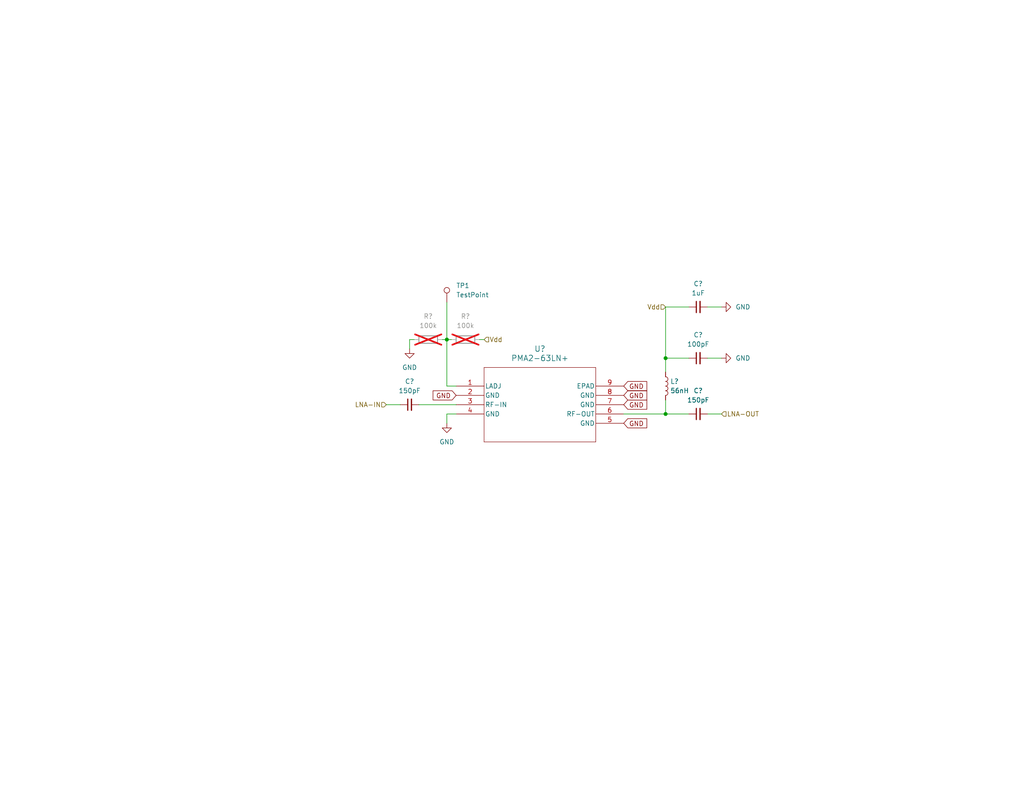
<source format=kicad_sch>
(kicad_sch (version 20230121) (generator eeschema)

  (uuid eb1bfdab-8793-4eee-ac7f-2e790d598c22)

  (paper "USLetter")

  (title_block
    (title "RF-DFS Gain Circuit")
    (date "2/23/2024")
    (rev "C")
    (company "National Radio Astronomy Observatory")
    (comment 1 "Remy Nguyen")
  )

  (lib_symbols
    (symbol "PMA2-63LN+_1" (pin_names (offset 0.254)) (in_bom yes) (on_board yes)
      (property "Reference" "U1" (at 22.86 10.16 0)
        (effects (font (size 1.524 1.524)))
      )
      (property "Value" "PMA2-63LN+" (at 22.86 7.62 0)
        (effects (font (size 1.524 1.524)))
      )
      (property "Footprint" "Imports:SON8_PMA2_MNC" (at 0 0 0)
        (effects (font (size 1.27 1.27) italic) hide)
      )
      (property "Datasheet" "PMA2-63LN+" (at 0 0 0)
        (effects (font (size 1.27 1.27) italic) hide)
      )
      (property "ki_locked" "" (at 0 0 0)
        (effects (font (size 1.27 1.27)))
      )
      (property "ki_keywords" "PMA2-63LN+" (at 0 0 0)
        (effects (font (size 1.27 1.27)) hide)
      )
      (property "ki_fp_filters" "SON8_PMA2_MNC SON8_PMA2_MNC-M SON8_PMA2_MNC-L" (at 0 0 0)
        (effects (font (size 1.27 1.27)) hide)
      )
      (symbol "PMA2-63LN+_1_0_1"
        (polyline
          (pts
            (xy 7.62 -15.24)
            (xy 38.1 -15.24)
          )
          (stroke (width 0.127) (type default))
          (fill (type none))
        )
        (polyline
          (pts
            (xy 7.62 5.08)
            (xy 7.62 -15.24)
          )
          (stroke (width 0.127) (type default))
          (fill (type none))
        )
        (polyline
          (pts
            (xy 38.1 -15.24)
            (xy 38.1 5.08)
          )
          (stroke (width 0.127) (type default))
          (fill (type none))
        )
        (polyline
          (pts
            (xy 38.1 5.08)
            (xy 7.62 5.08)
          )
          (stroke (width 0.127) (type default))
          (fill (type none))
        )
        (pin bidirectional line (at 0 0 0) (length 7.62)
          (name "LADJ" (effects (font (size 1.27 1.27))))
          (number "1" (effects (font (size 1.27 1.27))))
        )
        (pin input line (at 0 -5.08 0) (length 7.62)
          (name "RF-IN" (effects (font (size 1.27 1.27))))
          (number "3" (effects (font (size 1.27 1.27))))
        )
        (pin output line (at 45.72 -7.62 180) (length 7.62)
          (name "RF-OUT" (effects (font (size 1.27 1.27))))
          (number "6" (effects (font (size 1.27 1.27))))
        )
      )
      (symbol "PMA2-63LN+_1_1_1"
        (pin power_in line (at 0 -2.54 0) (length 7.62)
          (name "GND" (effects (font (size 1.27 1.27))))
          (number "2" (effects (font (size 1.27 1.27))))
        )
        (pin power_in line (at 0 -7.62 0) (length 7.62)
          (name "GND" (effects (font (size 1.27 1.27))))
          (number "4" (effects (font (size 1.27 1.27))))
        )
        (pin power_in line (at 45.72 -10.16 180) (length 7.62)
          (name "GND" (effects (font (size 1.27 1.27))))
          (number "5" (effects (font (size 1.27 1.27))))
        )
        (pin power_in line (at 45.72 -5.08 180) (length 7.62)
          (name "GND" (effects (font (size 1.27 1.27))))
          (number "7" (effects (font (size 1.27 1.27))))
        )
        (pin power_in line (at 45.72 -2.54 180) (length 7.62)
          (name "GND" (effects (font (size 1.27 1.27))))
          (number "8" (effects (font (size 1.27 1.27))))
        )
        (pin power_in line (at 45.72 0 180) (length 7.62)
          (name "EPAD" (effects (font (size 1.27 1.27))))
          (number "9" (effects (font (size 1.27 1.27))))
        )
      )
    )
    (symbol "power:GND" (power) (pin_names (offset 0)) (in_bom yes) (on_board yes)
      (property "Reference" "#PWR" (at 0 -6.35 0)
        (effects (font (size 1.27 1.27)) hide)
      )
      (property "Value" "GND" (at 0 -3.81 0)
        (effects (font (size 1.27 1.27)))
      )
      (property "Footprint" "" (at 0 0 0)
        (effects (font (size 1.27 1.27)) hide)
      )
      (property "Datasheet" "" (at 0 0 0)
        (effects (font (size 1.27 1.27)) hide)
      )
      (property "ki_keywords" "global power" (at 0 0 0)
        (effects (font (size 1.27 1.27)) hide)
      )
      (property "ki_description" "Power symbol creates a global label with name \"GND\" , ground" (at 0 0 0)
        (effects (font (size 1.27 1.27)) hide)
      )
      (symbol "GND_0_1"
        (polyline
          (pts
            (xy 0 0)
            (xy 0 -1.27)
            (xy 1.27 -1.27)
            (xy 0 -2.54)
            (xy -1.27 -1.27)
            (xy 0 -1.27)
          )
          (stroke (width 0) (type default))
          (fill (type none))
        )
      )
      (symbol "GND_1_1"
        (pin power_in line (at 0 0 270) (length 0) hide
          (name "GND" (effects (font (size 1.27 1.27))))
          (number "1" (effects (font (size 1.27 1.27))))
        )
      )
    )
    (symbol "rf-dfs:C_Small" (pin_numbers hide) (pin_names (offset 0.254) hide) (in_bom yes) (on_board yes)
      (property "Reference" "C" (at 0.254 1.778 0)
        (effects (font (size 1.27 1.27)) (justify left))
      )
      (property "Value" "C_Small" (at 0.254 -2.032 0)
        (effects (font (size 1.27 1.27)) (justify left))
      )
      (property "Footprint" "" (at 0 0 0)
        (effects (font (size 1.27 1.27)) hide)
      )
      (property "Datasheet" "~" (at 0 0 0)
        (effects (font (size 1.27 1.27)) hide)
      )
      (property "ki_keywords" "capacitor cap" (at 0 0 0)
        (effects (font (size 1.27 1.27)) hide)
      )
      (property "ki_description" "Unpolarized capacitor, small symbol" (at 0 0 0)
        (effects (font (size 1.27 1.27)) hide)
      )
      (property "ki_fp_filters" "C_*" (at 0 0 0)
        (effects (font (size 1.27 1.27)) hide)
      )
      (symbol "C_Small_0_1"
        (polyline
          (pts
            (xy -1.524 -0.508)
            (xy 1.524 -0.508)
          )
          (stroke (width 0.3302) (type default))
          (fill (type none))
        )
        (polyline
          (pts
            (xy -1.524 0.508)
            (xy 1.524 0.508)
          )
          (stroke (width 0.3048) (type default))
          (fill (type none))
        )
      )
      (symbol "C_Small_1_1"
        (pin passive line (at 0 2.54 270) (length 2.032)
          (name "~" (effects (font (size 1.27 1.27))))
          (number "1" (effects (font (size 1.27 1.27))))
        )
        (pin passive line (at 0 -2.54 90) (length 2.032)
          (name "~" (effects (font (size 1.27 1.27))))
          (number "2" (effects (font (size 1.27 1.27))))
        )
      )
    )
    (symbol "rf-dfs:L" (pin_numbers hide) (pin_names (offset 1.016) hide) (in_bom yes) (on_board yes)
      (property "Reference" "L" (at -1.27 0 90)
        (effects (font (size 1.27 1.27)))
      )
      (property "Value" "L" (at 1.905 0 90)
        (effects (font (size 1.27 1.27)))
      )
      (property "Footprint" "" (at 0 0 0)
        (effects (font (size 1.27 1.27)) hide)
      )
      (property "Datasheet" "~" (at 0 0 0)
        (effects (font (size 1.27 1.27)) hide)
      )
      (property "ki_keywords" "inductor choke coil reactor magnetic" (at 0 0 0)
        (effects (font (size 1.27 1.27)) hide)
      )
      (property "ki_description" "Inductor" (at 0 0 0)
        (effects (font (size 1.27 1.27)) hide)
      )
      (property "ki_fp_filters" "Choke_* *Coil* Inductor_* L_*" (at 0 0 0)
        (effects (font (size 1.27 1.27)) hide)
      )
      (symbol "L_0_1"
        (arc (start 0 -2.54) (mid 0.6323 -1.905) (end 0 -1.27)
          (stroke (width 0) (type default))
          (fill (type none))
        )
        (arc (start 0 -1.27) (mid 0.6323 -0.635) (end 0 0)
          (stroke (width 0) (type default))
          (fill (type none))
        )
        (arc (start 0 0) (mid 0.6323 0.635) (end 0 1.27)
          (stroke (width 0) (type default))
          (fill (type none))
        )
        (arc (start 0 1.27) (mid 0.6323 1.905) (end 0 2.54)
          (stroke (width 0) (type default))
          (fill (type none))
        )
      )
      (symbol "L_1_1"
        (pin passive line (at 0 3.81 270) (length 1.27)
          (name "1" (effects (font (size 1.27 1.27))))
          (number "1" (effects (font (size 1.27 1.27))))
        )
        (pin passive line (at 0 -3.81 90) (length 1.27)
          (name "2" (effects (font (size 1.27 1.27))))
          (number "2" (effects (font (size 1.27 1.27))))
        )
      )
    )
    (symbol "rf-dfs:R" (pin_numbers hide) (pin_names (offset 0)) (in_bom yes) (on_board yes)
      (property "Reference" "R" (at 2.032 0 90)
        (effects (font (size 1.27 1.27)))
      )
      (property "Value" "R" (at 0 0 90)
        (effects (font (size 1.27 1.27)))
      )
      (property "Footprint" "" (at -1.778 0 90)
        (effects (font (size 1.27 1.27)) hide)
      )
      (property "Datasheet" "~" (at 0 0 0)
        (effects (font (size 1.27 1.27)) hide)
      )
      (property "ki_keywords" "R res resistor" (at 0 0 0)
        (effects (font (size 1.27 1.27)) hide)
      )
      (property "ki_description" "Resistor" (at 0 0 0)
        (effects (font (size 1.27 1.27)) hide)
      )
      (property "ki_fp_filters" "R_*" (at 0 0 0)
        (effects (font (size 1.27 1.27)) hide)
      )
      (symbol "R_0_1"
        (rectangle (start -1.016 -2.54) (end 1.016 2.54)
          (stroke (width 0.254) (type default))
          (fill (type none))
        )
      )
      (symbol "R_1_1"
        (pin passive line (at 0 3.81 270) (length 1.27)
          (name "~" (effects (font (size 1.27 1.27))))
          (number "1" (effects (font (size 1.27 1.27))))
        )
        (pin passive line (at 0 -3.81 90) (length 1.27)
          (name "~" (effects (font (size 1.27 1.27))))
          (number "2" (effects (font (size 1.27 1.27))))
        )
      )
    )
    (symbol "rf-dfs:TestPoint" (pin_numbers hide) (pin_names (offset 0.762) hide) (in_bom yes) (on_board yes)
      (property "Reference" "TP" (at 0 6.858 0)
        (effects (font (size 1.27 1.27)))
      )
      (property "Value" "TestPoint" (at 0 5.08 0)
        (effects (font (size 1.27 1.27)))
      )
      (property "Footprint" "" (at 5.08 0 0)
        (effects (font (size 1.27 1.27)) hide)
      )
      (property "Datasheet" "~" (at 5.08 0 0)
        (effects (font (size 1.27 1.27)) hide)
      )
      (property "ki_keywords" "test point tp" (at 0 0 0)
        (effects (font (size 1.27 1.27)) hide)
      )
      (property "ki_description" "test point" (at 0 0 0)
        (effects (font (size 1.27 1.27)) hide)
      )
      (property "ki_fp_filters" "Pin* Test*" (at 0 0 0)
        (effects (font (size 1.27 1.27)) hide)
      )
      (symbol "TestPoint_0_1"
        (circle (center 0 3.302) (radius 0.762)
          (stroke (width 0) (type default))
          (fill (type none))
        )
      )
      (symbol "TestPoint_1_1"
        (pin passive line (at 0 0 90) (length 2.54)
          (name "1" (effects (font (size 1.27 1.27))))
          (number "1" (effects (font (size 1.27 1.27))))
        )
      )
    )
  )

  (junction (at 181.61 97.79) (diameter 0) (color 0 0 0 0)
    (uuid 1b0a6473-4c55-4353-8fce-ab1488083ea2)
  )
  (junction (at 181.61 113.03) (diameter 0) (color 0 0 0 0)
    (uuid 53f4bac2-ace9-42ae-82e1-20c73e358f8b)
  )
  (junction (at 121.92 92.71) (diameter 0) (color 0 0 0 0)
    (uuid b125dc87-0fd0-4c6b-9575-f4ade64a5d9e)
  )

  (wire (pts (xy 193.04 83.82) (xy 196.85 83.82))
    (stroke (width 0) (type default))
    (uuid 055bd4d7-8c4c-415b-b407-6e0686b65b26)
  )
  (wire (pts (xy 105.41 110.49) (xy 109.22 110.49))
    (stroke (width 0) (type default))
    (uuid 09a85c62-a5c3-436d-9380-6f0e2d8881e3)
  )
  (wire (pts (xy 111.76 92.71) (xy 111.76 95.25))
    (stroke (width 0) (type default))
    (uuid 1ff370f1-8834-4329-851c-ddf58c2033c0)
  )
  (wire (pts (xy 121.92 82.55) (xy 121.92 92.71))
    (stroke (width 0) (type default))
    (uuid 313daa78-7350-4dd9-a5b8-bb16020c8506)
  )
  (wire (pts (xy 181.61 83.82) (xy 181.61 97.79))
    (stroke (width 0) (type default))
    (uuid 55e8eee5-505b-4375-b5b5-4ee269d87b78)
  )
  (wire (pts (xy 114.3 110.49) (xy 124.46 110.49))
    (stroke (width 0) (type default))
    (uuid 5f285127-0216-45b5-9921-454b8ec01b1e)
  )
  (wire (pts (xy 181.61 97.79) (xy 181.61 101.6))
    (stroke (width 0) (type default))
    (uuid 6028d79e-ba7b-4c89-83b5-068192aead45)
  )
  (wire (pts (xy 170.18 113.03) (xy 181.61 113.03))
    (stroke (width 0) (type default))
    (uuid 7824646a-f953-4a46-8db9-cc5f70a48781)
  )
  (wire (pts (xy 124.46 105.41) (xy 121.92 105.41))
    (stroke (width 0) (type default))
    (uuid 8a409751-7e08-4e9f-be7d-a73a085b1e70)
  )
  (wire (pts (xy 123.19 92.71) (xy 121.92 92.71))
    (stroke (width 0) (type default))
    (uuid a25e43e8-703c-4a42-9fbf-4893b0ef25dd)
  )
  (wire (pts (xy 187.96 97.79) (xy 181.61 97.79))
    (stroke (width 0) (type default))
    (uuid ae99050a-8203-44c0-b682-61da3d23c49b)
  )
  (wire (pts (xy 124.46 113.03) (xy 121.92 113.03))
    (stroke (width 0) (type default))
    (uuid b16d247a-cf31-4f64-a715-c35c588bfd22)
  )
  (wire (pts (xy 181.61 109.22) (xy 181.61 113.03))
    (stroke (width 0) (type default))
    (uuid c18a7a57-7e16-4cf7-8a00-e78a2704ad6c)
  )
  (wire (pts (xy 187.96 83.82) (xy 181.61 83.82))
    (stroke (width 0) (type default))
    (uuid c2e82d9a-36b6-4b54-a2b2-06b850d18137)
  )
  (wire (pts (xy 181.61 113.03) (xy 187.96 113.03))
    (stroke (width 0) (type default))
    (uuid c3d01e37-706f-4f0e-ab66-4e28cf2abe41)
  )
  (wire (pts (xy 120.65 92.71) (xy 121.92 92.71))
    (stroke (width 0) (type default))
    (uuid c5dfd80a-b2b3-481c-98b8-46e32b346923)
  )
  (wire (pts (xy 113.03 92.71) (xy 111.76 92.71))
    (stroke (width 0) (type default))
    (uuid c965f6db-78e1-41a4-942e-e8001b481593)
  )
  (wire (pts (xy 193.04 97.79) (xy 196.85 97.79))
    (stroke (width 0) (type default))
    (uuid db15dd1a-8006-4128-9d65-b903c5659cdc)
  )
  (wire (pts (xy 132.08 92.71) (xy 130.81 92.71))
    (stroke (width 0) (type default))
    (uuid de5c6f78-d4b6-4db6-9857-85e6185815e9)
  )
  (wire (pts (xy 121.92 92.71) (xy 121.92 105.41))
    (stroke (width 0) (type default))
    (uuid ebb726fa-fd28-48f5-8f08-75d2ae27e09c)
  )
  (wire (pts (xy 121.92 113.03) (xy 121.92 115.57))
    (stroke (width 0) (type default))
    (uuid ec14539c-7bcc-4d8f-b59c-4a843a897267)
  )
  (wire (pts (xy 193.04 113.03) (xy 196.85 113.03))
    (stroke (width 0) (type default))
    (uuid f8201776-afd0-45ba-a708-23a4d0db429c)
  )

  (global_label "GND" (shape input) (at 170.18 110.49 0) (fields_autoplaced)
    (effects (font (size 1.27 1.27)) (justify left))
    (uuid 12e4fd5b-6fa0-46b5-ab38-62a03a81b1b2)
    (property "Intersheetrefs" "${INTERSHEET_REFS}" (at 176.9563 110.49 0)
      (effects (font (size 1.27 1.27)) (justify left) hide)
    )
  )
  (global_label "GND" (shape input) (at 170.18 105.41 0) (fields_autoplaced)
    (effects (font (size 1.27 1.27)) (justify left))
    (uuid 87e3a4a6-be25-44ef-ae55-efca4e640601)
    (property "Intersheetrefs" "${INTERSHEET_REFS}" (at 176.9563 105.41 0)
      (effects (font (size 1.27 1.27)) (justify left) hide)
    )
  )
  (global_label "GND" (shape input) (at 124.46 107.95 180) (fields_autoplaced)
    (effects (font (size 1.27 1.27)) (justify right))
    (uuid 8ecf692f-66d3-41fb-a558-60607b2d396c)
    (property "Intersheetrefs" "${INTERSHEET_REFS}" (at 117.6837 107.95 0)
      (effects (font (size 1.27 1.27)) (justify right) hide)
    )
  )
  (global_label "GND" (shape input) (at 170.18 115.57 0) (fields_autoplaced)
    (effects (font (size 1.27 1.27)) (justify left))
    (uuid 9dd28ebf-a3e8-41a8-81b3-154564f4683f)
    (property "Intersheetrefs" "${INTERSHEET_REFS}" (at 176.9563 115.57 0)
      (effects (font (size 1.27 1.27)) (justify left) hide)
    )
  )
  (global_label "GND" (shape input) (at 170.18 107.95 0) (fields_autoplaced)
    (effects (font (size 1.27 1.27)) (justify left))
    (uuid eedbe369-998d-4795-be10-ae32fbe70390)
    (property "Intersheetrefs" "${INTERSHEET_REFS}" (at 176.9563 107.95 0)
      (effects (font (size 1.27 1.27)) (justify left) hide)
    )
  )

  (hierarchical_label "LNA-OUT" (shape input) (at 196.85 113.03 0) (fields_autoplaced)
    (effects (font (size 1.27 1.27)) (justify left))
    (uuid 170f7be4-a02e-4b73-be6d-49cd75fafef8)
  )
  (hierarchical_label "Vdd" (shape input) (at 132.08 92.71 0) (fields_autoplaced)
    (effects (font (size 1.27 1.27)) (justify left))
    (uuid 41327531-e87c-4b37-915e-4646230ee8e5)
  )
  (hierarchical_label "LNA-IN" (shape input) (at 105.41 110.49 180) (fields_autoplaced)
    (effects (font (size 1.27 1.27)) (justify right))
    (uuid 43d2b2e4-3fb2-430d-886c-20cd52487aae)
  )
  (hierarchical_label "Vdd" (shape input) (at 181.61 83.82 180) (fields_autoplaced)
    (effects (font (size 1.27 1.27)) (justify right))
    (uuid cb590487-af71-46fa-b6b3-5f522859f90c)
  )

  (symbol (lib_id "power:GND") (at 196.85 97.79 90) (unit 1)
    (in_bom yes) (on_board yes) (dnp no) (fields_autoplaced)
    (uuid 22bc6538-e395-4390-808e-369b4dbb159b)
    (property "Reference" "#PWR?" (at 203.2 97.79 0)
      (effects (font (size 1.27 1.27)) hide)
    )
    (property "Value" "GND" (at 200.66 97.79 90)
      (effects (font (size 1.27 1.27)) (justify right))
    )
    (property "Footprint" "" (at 196.85 97.79 0)
      (effects (font (size 1.27 1.27)) hide)
    )
    (property "Datasheet" "" (at 196.85 97.79 0)
      (effects (font (size 1.27 1.27)) hide)
    )
    (pin "1" (uuid 6505e30f-86a3-4acd-a777-b253af68582b))
    (instances
      (project "002.35.20.15.20-001-PCB-LNA"
        (path "/a33db424-96f2-4015-ba95-8b9f2330ef17"
          (reference "#PWR?") (unit 1)
        )
        (path "/a33db424-96f2-4015-ba95-8b9f2330ef17/9ff85c99-1040-4eb9-b5d8-3cc01caa0e77"
          (reference "#PWR016") (unit 1)
        )
        (path "/a33db424-96f2-4015-ba95-8b9f2330ef17/ba672304-1315-4178-9e1d-d553703e5b04"
          (reference "#PWR08") (unit 1)
        )
      )
    )
  )

  (symbol (lib_id "rf-dfs:C_Small") (at 190.5 83.82 90) (unit 1)
    (in_bom yes) (on_board yes) (dnp no) (fields_autoplaced)
    (uuid 2587ea3a-5d39-48fc-a72a-872718f6ab9e)
    (property "Reference" "C?" (at 190.5063 77.47 90)
      (effects (font (size 1.27 1.27)))
    )
    (property "Value" "1uF" (at 190.5063 80.01 90)
      (effects (font (size 1.27 1.27)))
    )
    (property "Footprint" "Capacitor_SMD:C_0402_1005Metric" (at 190.5 83.82 0)
      (effects (font (size 1.27 1.27)) hide)
    )
    (property "Datasheet" "~" (at 190.5 83.82 0)
      (effects (font (size 1.27 1.27)) hide)
    )
    (pin "1" (uuid 4ce53d6b-22cb-487f-b077-535205afe79b))
    (pin "2" (uuid 19aee9e6-2e36-47a5-9685-c9fc433b2a65))
    (instances
      (project "002.35.20.15.20-001-PCB-LNA"
        (path "/a33db424-96f2-4015-ba95-8b9f2330ef17"
          (reference "C?") (unit 1)
        )
        (path "/a33db424-96f2-4015-ba95-8b9f2330ef17/9ff85c99-1040-4eb9-b5d8-3cc01caa0e77"
          (reference "C2") (unit 1)
        )
        (path "/a33db424-96f2-4015-ba95-8b9f2330ef17/ba672304-1315-4178-9e1d-d553703e5b04"
          (reference "C6") (unit 1)
        )
      )
    )
  )

  (symbol (lib_id "rf-dfs:L") (at 181.61 105.41 0) (unit 1)
    (in_bom yes) (on_board yes) (dnp no) (fields_autoplaced)
    (uuid 2bef77c0-72fa-45ff-89d6-14933df6690e)
    (property "Reference" "L?" (at 182.88 104.14 0)
      (effects (font (size 1.27 1.27)) (justify left))
    )
    (property "Value" "56nH" (at 182.88 106.68 0)
      (effects (font (size 1.27 1.27)) (justify left))
    )
    (property "Footprint" "Inductor_SMD:L_0402_1005Metric" (at 181.61 105.41 0)
      (effects (font (size 1.27 1.27)) hide)
    )
    (property "Datasheet" "~" (at 181.61 105.41 0)
      (effects (font (size 1.27 1.27)) hide)
    )
    (pin "1" (uuid 21698ec3-9e44-4f48-9023-d9e72afc9070))
    (pin "2" (uuid c87f2cc3-a65c-4fb6-bd8a-f3dedf39c4da))
    (instances
      (project "002.35.20.15.20-001-PCB-LNA"
        (path "/a33db424-96f2-4015-ba95-8b9f2330ef17"
          (reference "L?") (unit 1)
        )
        (path "/a33db424-96f2-4015-ba95-8b9f2330ef17/9ff85c99-1040-4eb9-b5d8-3cc01caa0e77"
          (reference "L1") (unit 1)
        )
        (path "/a33db424-96f2-4015-ba95-8b9f2330ef17/ba672304-1315-4178-9e1d-d553703e5b04"
          (reference "L2") (unit 1)
        )
      )
    )
  )

  (symbol (lib_id "rf-dfs:C_Small") (at 190.5 97.79 90) (unit 1)
    (in_bom yes) (on_board yes) (dnp no) (fields_autoplaced)
    (uuid 34109670-7907-474c-83c5-e8f949c3cd1b)
    (property "Reference" "C?" (at 190.5063 91.44 90)
      (effects (font (size 1.27 1.27)))
    )
    (property "Value" "100pF" (at 190.5063 93.98 90)
      (effects (font (size 1.27 1.27)))
    )
    (property "Footprint" "Capacitor_SMD:C_0402_1005Metric" (at 190.5 97.79 0)
      (effects (font (size 1.27 1.27)) hide)
    )
    (property "Datasheet" "~" (at 190.5 97.79 0)
      (effects (font (size 1.27 1.27)) hide)
    )
    (pin "1" (uuid ae7f10c4-5cea-425f-8167-446a0b741026))
    (pin "2" (uuid da93060a-589a-46c6-a1b6-a22a199f69e5))
    (instances
      (project "002.35.20.15.20-001-PCB-LNA"
        (path "/a33db424-96f2-4015-ba95-8b9f2330ef17"
          (reference "C?") (unit 1)
        )
        (path "/a33db424-96f2-4015-ba95-8b9f2330ef17/9ff85c99-1040-4eb9-b5d8-3cc01caa0e77"
          (reference "C3") (unit 1)
        )
        (path "/a33db424-96f2-4015-ba95-8b9f2330ef17/ba672304-1315-4178-9e1d-d553703e5b04"
          (reference "C7") (unit 1)
        )
      )
    )
  )

  (symbol (lib_name "PMA2-63LN+_1") (lib_id "rf-dfs:PMA2-63LN+_1") (at 124.46 105.41 0) (unit 1)
    (in_bom yes) (on_board yes) (dnp no) (fields_autoplaced)
    (uuid 486c9cfe-714a-40f0-befa-9d816e2b9b1a)
    (property "Reference" "U?" (at 147.32 95.25 0)
      (effects (font (size 1.524 1.524)))
    )
    (property "Value" "PMA2-63LN+" (at 147.32 97.79 0)
      (effects (font (size 1.524 1.524)))
    )
    (property "Footprint" "Imports:SON8_PMA2_MNC" (at 124.46 105.41 0)
      (effects (font (size 1.27 1.27) italic) hide)
    )
    (property "Datasheet" "PMA2-63LN+" (at 124.46 105.41 0)
      (effects (font (size 1.27 1.27) italic) hide)
    )
    (pin "1" (uuid 84775aa3-a8e0-46c3-8abc-787b953ef14e))
    (pin "3" (uuid 0e0f0117-7bdb-4021-9fc7-7305647ba6af))
    (pin "6" (uuid 98a31a4a-f8c8-475f-b03f-cbd54094e5db))
    (pin "2" (uuid 9c43d7ea-ab74-4875-a3e3-a8f24a882390))
    (pin "4" (uuid 7a29de0e-5c79-481c-b493-a1e980ba99e3))
    (pin "5" (uuid ec3f1578-5a88-40ea-b9f7-d4fb743dc0b0))
    (pin "7" (uuid 8781bb5e-2a1e-448b-9ca2-1bff1820f31c))
    (pin "8" (uuid 1938a37c-a552-495f-a324-41a29d7c509f))
    (pin "9" (uuid ebdae88e-1fff-4ae7-8593-d379575d8528))
    (instances
      (project "002.35.20.15.20-001-PCB-LNA"
        (path "/a33db424-96f2-4015-ba95-8b9f2330ef17"
          (reference "U?") (unit 1)
        )
        (path "/a33db424-96f2-4015-ba95-8b9f2330ef17/9ff85c99-1040-4eb9-b5d8-3cc01caa0e77"
          (reference "U1") (unit 1)
        )
        (path "/a33db424-96f2-4015-ba95-8b9f2330ef17/ba672304-1315-4178-9e1d-d553703e5b04"
          (reference "U2") (unit 1)
        )
      )
    )
  )

  (symbol (lib_id "rf-dfs:C_Small") (at 190.5 113.03 90) (unit 1)
    (in_bom yes) (on_board yes) (dnp no) (fields_autoplaced)
    (uuid 5fcbf39a-a3d2-43f2-9bb0-0aa7152a1205)
    (property "Reference" "C?" (at 190.5063 106.68 90)
      (effects (font (size 1.27 1.27)))
    )
    (property "Value" "150pF" (at 190.5063 109.22 90)
      (effects (font (size 1.27 1.27)))
    )
    (property "Footprint" "Capacitor_SMD:C_0402_1005Metric" (at 190.5 113.03 0)
      (effects (font (size 1.27 1.27)) hide)
    )
    (property "Datasheet" "~" (at 190.5 113.03 0)
      (effects (font (size 1.27 1.27)) hide)
    )
    (pin "1" (uuid f3a469e3-dd5e-4155-8391-48e43227d3af))
    (pin "2" (uuid d34851ce-efa5-4222-987e-01d595717ac5))
    (instances
      (project "002.35.20.15.20-001-PCB-LNA"
        (path "/a33db424-96f2-4015-ba95-8b9f2330ef17"
          (reference "C?") (unit 1)
        )
        (path "/a33db424-96f2-4015-ba95-8b9f2330ef17/9ff85c99-1040-4eb9-b5d8-3cc01caa0e77"
          (reference "C4") (unit 1)
        )
        (path "/a33db424-96f2-4015-ba95-8b9f2330ef17/ba672304-1315-4178-9e1d-d553703e5b04"
          (reference "C8") (unit 1)
        )
      )
    )
  )

  (symbol (lib_id "power:GND") (at 111.76 95.25 0) (unit 1)
    (in_bom yes) (on_board yes) (dnp no) (fields_autoplaced)
    (uuid 61f2ead6-5abc-4ed3-adbb-87ede6897482)
    (property "Reference" "#PWR?" (at 111.76 101.6 0)
      (effects (font (size 1.27 1.27)) hide)
    )
    (property "Value" "GND" (at 111.76 100.33 0)
      (effects (font (size 1.27 1.27)))
    )
    (property "Footprint" "" (at 111.76 95.25 0)
      (effects (font (size 1.27 1.27)) hide)
    )
    (property "Datasheet" "" (at 111.76 95.25 0)
      (effects (font (size 1.27 1.27)) hide)
    )
    (pin "1" (uuid aab3965f-b0f1-4bea-bbe5-b32b2e5e9941))
    (instances
      (project "002.35.20.15.20-001-PCB-LNA"
        (path "/a33db424-96f2-4015-ba95-8b9f2330ef17"
          (reference "#PWR?") (unit 1)
        )
        (path "/a33db424-96f2-4015-ba95-8b9f2330ef17/9ff85c99-1040-4eb9-b5d8-3cc01caa0e77"
          (reference "#PWR01") (unit 1)
        )
        (path "/a33db424-96f2-4015-ba95-8b9f2330ef17/ba672304-1315-4178-9e1d-d553703e5b04"
          (reference "#PWR02") (unit 1)
        )
      )
    )
  )

  (symbol (lib_id "rf-dfs:C_Small") (at 111.76 110.49 90) (unit 1)
    (in_bom yes) (on_board yes) (dnp no) (fields_autoplaced)
    (uuid 70d88a39-afbe-4f98-bb2d-aee373b752d4)
    (property "Reference" "C?" (at 111.7663 104.14 90)
      (effects (font (size 1.27 1.27)))
    )
    (property "Value" "150pF" (at 111.7663 106.68 90)
      (effects (font (size 1.27 1.27)))
    )
    (property "Footprint" "Capacitor_SMD:C_0402_1005Metric" (at 111.76 110.49 0)
      (effects (font (size 1.27 1.27)) hide)
    )
    (property "Datasheet" "~" (at 111.76 110.49 0)
      (effects (font (size 1.27 1.27)) hide)
    )
    (pin "1" (uuid b49a51f2-c2a8-422c-8147-050e06cbd08e))
    (pin "2" (uuid e5e6bb1c-8644-40d4-8f09-ab724eb75fcc))
    (instances
      (project "002.35.20.15.20-001-PCB-LNA"
        (path "/a33db424-96f2-4015-ba95-8b9f2330ef17"
          (reference "C?") (unit 1)
        )
        (path "/a33db424-96f2-4015-ba95-8b9f2330ef17/9ff85c99-1040-4eb9-b5d8-3cc01caa0e77"
          (reference "C1") (unit 1)
        )
        (path "/a33db424-96f2-4015-ba95-8b9f2330ef17/ba672304-1315-4178-9e1d-d553703e5b04"
          (reference "C5") (unit 1)
        )
      )
    )
  )

  (symbol (lib_id "rf-dfs:TestPoint") (at 121.92 82.55 0) (unit 1)
    (in_bom yes) (on_board yes) (dnp no) (fields_autoplaced)
    (uuid 754e804d-caff-4817-bc0d-2da22fbb32a7)
    (property "Reference" "TP1" (at 124.46 77.978 0)
      (effects (font (size 1.27 1.27)) (justify left))
    )
    (property "Value" "TestPoint" (at 124.46 80.518 0)
      (effects (font (size 1.27 1.27)) (justify left))
    )
    (property "Footprint" "TestPoint:TestPoint_Loop_D2.54mm_Drill1.5mm_Beaded" (at 127 82.55 0)
      (effects (font (size 1.27 1.27)) hide)
    )
    (property "Datasheet" "~" (at 127 82.55 0)
      (effects (font (size 1.27 1.27)) hide)
    )
    (pin "1" (uuid ab662601-7680-44df-88f1-56770e24311c))
    (instances
      (project "002.35.20.15.20-001-PCB-LNA"
        (path "/a33db424-96f2-4015-ba95-8b9f2330ef17/9ff85c99-1040-4eb9-b5d8-3cc01caa0e77"
          (reference "TP1") (unit 1)
        )
        (path "/a33db424-96f2-4015-ba95-8b9f2330ef17/ba672304-1315-4178-9e1d-d553703e5b04"
          (reference "TP2") (unit 1)
        )
      )
    )
  )

  (symbol (lib_id "rf-dfs:R") (at 116.84 92.71 90) (unit 1)
    (in_bom yes) (on_board yes) (dnp yes) (fields_autoplaced)
    (uuid a8da8503-99c4-4f68-881b-e657f445eda8)
    (property "Reference" "R?" (at 116.84 86.36 90)
      (effects (font (size 1.27 1.27)))
    )
    (property "Value" "100k" (at 116.84 88.9 90)
      (effects (font (size 1.27 1.27)))
    )
    (property "Footprint" "Resistor_SMD:R_0402_1005Metric" (at 116.84 94.488 90)
      (effects (font (size 1.27 1.27)) hide)
    )
    (property "Datasheet" "~" (at 116.84 92.71 0)
      (effects (font (size 1.27 1.27)) hide)
    )
    (pin "1" (uuid 03ec827d-5c36-45e9-8277-d6566898b424))
    (pin "2" (uuid fed04ffa-9877-4d83-a71f-3e9e53b4a68c))
    (instances
      (project "002.35.20.15.20-001-PCB-LNA"
        (path "/a33db424-96f2-4015-ba95-8b9f2330ef17"
          (reference "R?") (unit 1)
        )
        (path "/a33db424-96f2-4015-ba95-8b9f2330ef17/9ff85c99-1040-4eb9-b5d8-3cc01caa0e77"
          (reference "R1") (unit 1)
        )
        (path "/a33db424-96f2-4015-ba95-8b9f2330ef17/ba672304-1315-4178-9e1d-d553703e5b04"
          (reference "R2") (unit 1)
        )
      )
    )
  )

  (symbol (lib_id "power:GND") (at 196.85 83.82 90) (unit 1)
    (in_bom yes) (on_board yes) (dnp no) (fields_autoplaced)
    (uuid a9c2a804-71f1-499d-9798-83aad7239a3e)
    (property "Reference" "#PWR?" (at 203.2 83.82 0)
      (effects (font (size 1.27 1.27)) hide)
    )
    (property "Value" "GND" (at 200.66 83.82 90)
      (effects (font (size 1.27 1.27)) (justify right))
    )
    (property "Footprint" "" (at 196.85 83.82 0)
      (effects (font (size 1.27 1.27)) hide)
    )
    (property "Datasheet" "" (at 196.85 83.82 0)
      (effects (font (size 1.27 1.27)) hide)
    )
    (pin "1" (uuid 34e5a979-ca84-4384-a8aa-40d1c9224d96))
    (instances
      (project "002.35.20.15.20-001-PCB-LNA"
        (path "/a33db424-96f2-4015-ba95-8b9f2330ef17"
          (reference "#PWR?") (unit 1)
        )
        (path "/a33db424-96f2-4015-ba95-8b9f2330ef17/9ff85c99-1040-4eb9-b5d8-3cc01caa0e77"
          (reference "#PWR06") (unit 1)
        )
        (path "/a33db424-96f2-4015-ba95-8b9f2330ef17/ba672304-1315-4178-9e1d-d553703e5b04"
          (reference "#PWR07") (unit 1)
        )
      )
    )
  )

  (symbol (lib_id "power:GND") (at 121.92 115.57 0) (unit 1)
    (in_bom yes) (on_board yes) (dnp no) (fields_autoplaced)
    (uuid d217ddfe-0574-4819-9666-dd7160a3620c)
    (property "Reference" "#PWR?" (at 121.92 121.92 0)
      (effects (font (size 1.27 1.27)) hide)
    )
    (property "Value" "GND" (at 121.92 120.65 0)
      (effects (font (size 1.27 1.27)))
    )
    (property "Footprint" "" (at 121.92 115.57 0)
      (effects (font (size 1.27 1.27)) hide)
    )
    (property "Datasheet" "" (at 121.92 115.57 0)
      (effects (font (size 1.27 1.27)) hide)
    )
    (pin "1" (uuid 29ac8401-c91b-4317-99cd-e381ad74c7c4))
    (instances
      (project "002.35.20.15.20-001-PCB-LNA"
        (path "/a33db424-96f2-4015-ba95-8b9f2330ef17"
          (reference "#PWR?") (unit 1)
        )
        (path "/a33db424-96f2-4015-ba95-8b9f2330ef17/9ff85c99-1040-4eb9-b5d8-3cc01caa0e77"
          (reference "#PWR05") (unit 1)
        )
        (path "/a33db424-96f2-4015-ba95-8b9f2330ef17/ba672304-1315-4178-9e1d-d553703e5b04"
          (reference "#PWR03") (unit 1)
        )
      )
    )
  )

  (symbol (lib_id "rf-dfs:R") (at 127 92.71 90) (unit 1)
    (in_bom yes) (on_board yes) (dnp yes) (fields_autoplaced)
    (uuid eb4bae49-25b8-4a06-9ba2-afddbcbf3521)
    (property "Reference" "R?" (at 127 86.36 90)
      (effects (font (size 1.27 1.27)))
    )
    (property "Value" "100k" (at 127 88.9 90)
      (effects (font (size 1.27 1.27)))
    )
    (property "Footprint" "Resistor_SMD:R_0402_1005Metric" (at 127 94.488 90)
      (effects (font (size 1.27 1.27)) hide)
    )
    (property "Datasheet" "~" (at 127 92.71 0)
      (effects (font (size 1.27 1.27)) hide)
    )
    (pin "1" (uuid 6f20b8b4-7f96-4595-bcff-30f6f3b8c3bd))
    (pin "2" (uuid a6d13736-eea8-45f2-8051-2919ea3d825e))
    (instances
      (project "002.35.20.15.20-001-PCB-LNA"
        (path "/a33db424-96f2-4015-ba95-8b9f2330ef17"
          (reference "R?") (unit 1)
        )
        (path "/a33db424-96f2-4015-ba95-8b9f2330ef17/9ff85c99-1040-4eb9-b5d8-3cc01caa0e77"
          (reference "R3") (unit 1)
        )
        (path "/a33db424-96f2-4015-ba95-8b9f2330ef17/ba672304-1315-4178-9e1d-d553703e5b04"
          (reference "R4") (unit 1)
        )
      )
    )
  )
)

</source>
